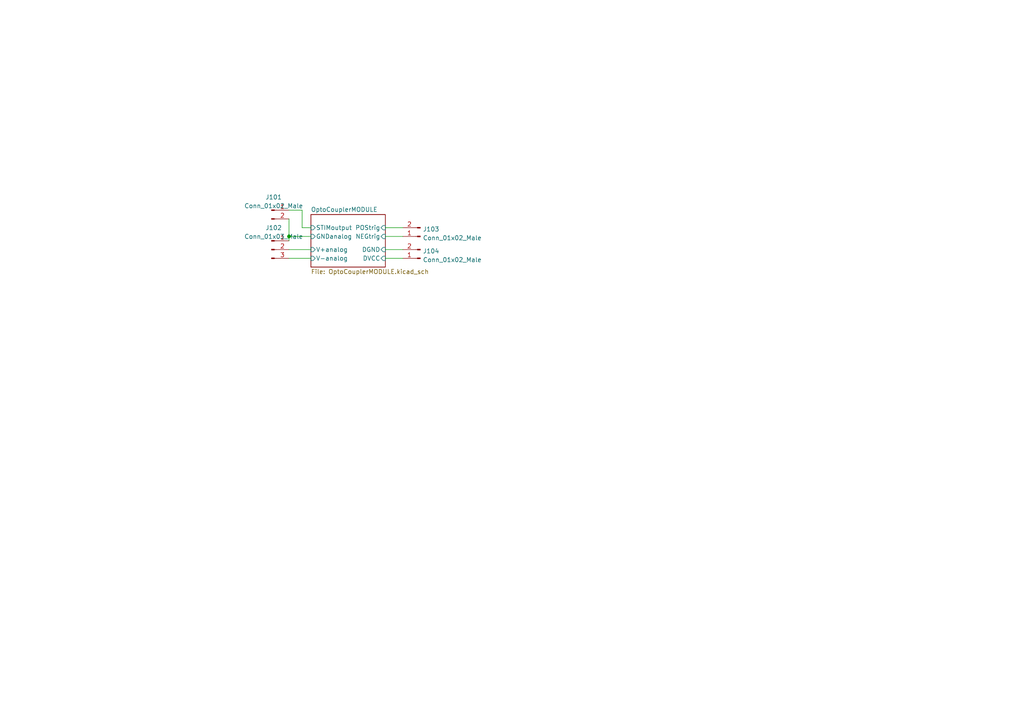
<source format=kicad_sch>
(kicad_sch (version 20211123) (generator eeschema)
  (paper "A4")
  (lib_symbols
    (symbol "Connector:Conn_01x02_Male" (pin_names (offset 1.016) hide)
      (property "Reference" "J" (at 0 2.54 0))
      (property "Value" "Conn_01x02_Male" (at 0 -5.08 0))
      (symbol "Conn_01x02_Male_1_1"
        (polyline (pts (xy 1.27 -2.54) (xy 0.8636 -2.54)) (stroke (width 0.1524)))
        (polyline (pts (xy 1.27 0) (xy 0.8636 0)) (stroke (width 0.1524)))
        (rectangle (start 0.8636 -2.413) (end 0 -2.667) (stroke (width 0.1524)) (fill (type outline)))
        (rectangle (start 0.8636 0.127) (end 0 -0.127) (stroke (width 0.1524)) (fill (type outline)))
        (pin passive line (at 5.08 0 180) (length 3.81) (name "Pin_1") (number "1"))
        (pin passive line (at 5.08 -2.54 180) (length 3.81) (name "Pin_2") (number "2"))
      )
    )
    (symbol "Connector:Conn_01x03_Male" (pin_names (offset 1.016) hide)
      (property "Reference" "J" (at 0 5.08 0))
      (property "Value" "Conn_01x03_Male" (at 0 -5.08 0))
      (symbol "Conn_01x03_Male_1_1"
        (polyline (pts (xy 1.27 -2.54) (xy 0.8636 -2.54)) (stroke (width 0.1524)))
        (polyline (pts (xy 1.27 0) (xy 0.8636 0)) (stroke (width 0.1524)))
        (polyline (pts (xy 1.27 2.54) (xy 0.8636 2.54)) (stroke (width 0.1524)))
        (rectangle (start 0.8636 -2.413) (end 0 -2.667) (stroke (width 0.1524)) (fill (type outline)))
        (rectangle (start 0.8636 0.127) (end 0 -0.127) (stroke (width 0.1524)) (fill (type outline)))
        (rectangle (start 0.8636 2.667) (end 0 2.413) (stroke (width 0.1524)) (fill (type outline)))
        (pin passive line (at 5.08 2.54 180) (length 3.81) (name "Pin_1") (number "1"))
        (pin passive line (at 5.08 0 180) (length 3.81) (name "Pin_2") (number "2"))
        (pin passive line (at 5.08 -2.54 180) (length 3.81) (name "Pin_3") (number "3"))
      )
    )
  )
  (junction (at 83.82 68.58))
  (wire (pts (xy 87.63 66.04) (xy 90.17 66.04)))
  (wire (pts (xy 83.82 63.5) (xy 83.82 68.58)))
  (wire (pts (xy 83.82 69.85) (xy 83.82 68.58)))
  (wire (pts (xy 111.76 72.39) (xy 116.84 72.39)))
  (wire (pts (xy 83.82 72.39) (xy 90.17 72.39)))
  (wire (pts (xy 111.76 66.04) (xy 116.84 66.04)))
  (wire (pts (xy 83.82 68.58) (xy 90.17 68.58)))
  (wire (pts (xy 111.76 74.93) (xy 116.84 74.93)))
  (wire (pts (xy 83.82 74.93) (xy 90.17 74.93)))
  (wire (pts (xy 83.82 60.96) (xy 87.63 60.96)))
  (wire (pts (xy 111.76 68.58) (xy 116.84 68.58)))
  (wire (pts (xy 87.63 60.96) (xy 87.63 66.04)))
  (symbol (lib_id "Connector:Conn_01x02_Male") (at 78.74 60.96 0) (unit 1)
    (property "Reference" "J101" (at 79.375 57.184 0))
    (property "Value" "Conn_01x02_Male" (at 79.375 59.7209 0))
  )
  (symbol (lib_id "Connector:Conn_01x02_Male") (at 121.92 74.93 180) (unit 1)
    (property "Reference" "J104" (at 122.6312 72.8253 0) (effects (justify right)))
    (property "Value" "Conn_01x02_Male" (at 122.6312 75.3622 0) (effects (justify right)))
  )
  (symbol (lib_id "Connector:Conn_01x03_Male") (at 78.74 72.39 0) (unit 1)
    (property "Reference" "J102" (at 79.375 66.074 0))
    (property "Value" "Conn_01x03_Male" (at 79.375 68.6109 0))
  )
  (symbol (lib_id "Connector:Conn_01x02_Male") (at 121.92 68.58 180) (unit 1)
    (property "Reference" "J103" (at 122.6312 66.4753 0) (effects (justify right)))
    (property "Value" "Conn_01x02_Male" (at 122.6312 69.0122 0) (effects (justify right)))
  )
  (sheet (at 90.17 62.23) (size 21.59 15.24) (stroke (width 0.1524))
    (property "Sheet name" "OptoCouplerMODULE" (at 90.17 61.5184 0) (effects (justify left bottom)))
    (property "Sheet file" "OptoCouplerMODULE.kicad_sch" (at 90.17 78.0546 0) (effects (justify left top)))
    (pin "V-analog" input (at 90.17 74.93 180))
    (pin "NEGtrig" input (at 111.76 68.58 0))
    (pin "DGND" input (at 111.76 72.39 0))
    (pin "DVCC" input (at 111.76 74.93 0))
    (pin "POStrig" input (at 111.76 66.04 0))
    (pin "V+analog" input (at 90.17 72.39 180))
    (pin "STIMoutput" input (at 90.17 66.04 180))
    (pin "GNDanalog" input (at 90.17 68.58 180))
  )
)
</source>
